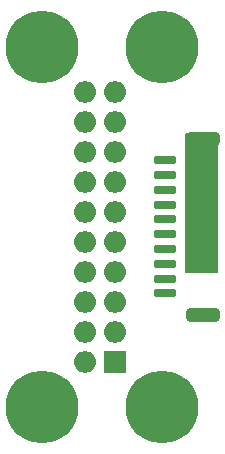
<source format=gbr>
%TF.GenerationSoftware,KiCad,Pcbnew,8.0.6+1*%
%TF.CreationDate,2024-11-07T23:08:08+00:00*%
%TF.ProjectId,GHxPIN01,47487850-494e-4303-912e-6b696361645f,rev?*%
%TF.SameCoordinates,Original*%
%TF.FileFunction,Soldermask,Top*%
%TF.FilePolarity,Negative*%
%FSLAX46Y46*%
G04 Gerber Fmt 4.6, Leading zero omitted, Abs format (unit mm)*
G04 Created by KiCad (PCBNEW 8.0.6+1) date 2024-11-07 23:08:08*
%MOMM*%
%LPD*%
G01*
G04 APERTURE LIST*
G04 Aperture macros list*
%AMRoundRect*
0 Rectangle with rounded corners*
0 $1 Rounding radius*
0 $2 $3 $4 $5 $6 $7 $8 $9 X,Y pos of 4 corners*
0 Add a 4 corners polygon primitive as box body*
4,1,4,$2,$3,$4,$5,$6,$7,$8,$9,$2,$3,0*
0 Add four circle primitives for the rounded corners*
1,1,$1+$1,$2,$3*
1,1,$1+$1,$4,$5*
1,1,$1+$1,$6,$7*
1,1,$1+$1,$8,$9*
0 Add four rect primitives between the rounded corners*
20,1,$1+$1,$2,$3,$4,$5,0*
20,1,$1+$1,$4,$5,$6,$7,0*
20,1,$1+$1,$6,$7,$8,$9,0*
20,1,$1+$1,$8,$9,$2,$3,0*%
G04 Aperture macros list end*
%ADD10C,0.150000*%
%ADD11C,6.160000*%
%ADD12RoundRect,0.080000X0.850000X0.850000X-0.850000X0.850000X-0.850000X-0.850000X0.850000X-0.850000X0*%
%ADD13O,1.860000X1.860000*%
%ADD14RoundRect,0.190000X0.740000X-0.190000X0.740000X0.190000X-0.740000X0.190000X-0.740000X-0.190000X0*%
%ADD15RoundRect,0.290000X1.140000X-0.290000X1.140000X0.290000X-1.140000X0.290000X-1.140000X-0.290000X0*%
G04 APERTURE END LIST*
D10*
X22400000Y33295000D02*
X24980000Y33295000D01*
X24980000Y21605000D01*
X22400000Y21605000D01*
X22400000Y33295000D01*
G36*
X22400000Y33295000D02*
G01*
X24980000Y33295000D01*
X24980000Y21605000D01*
X22400000Y21605000D01*
X22400000Y33295000D01*
G37*
D11*
%TO.C,M2*%
X20320001Y40640000D03*
%TD*%
%TO.C,M4*%
X20320001Y10160000D03*
%TD*%
%TO.C,M3*%
X10160001Y10160000D03*
%TD*%
D12*
%TO.C,J7*%
X16320000Y13970000D03*
D13*
X13780000Y13970000D03*
X16320000Y16510000D03*
X13780000Y16510000D03*
X16320000Y19050000D03*
X13780000Y19050000D03*
X16320000Y21590000D03*
X13780000Y21590000D03*
X16320000Y24130000D03*
X13780000Y24130000D03*
X16320000Y26670000D03*
X13780000Y26670000D03*
X16320000Y29210000D03*
X13780000Y29210000D03*
X16320000Y31750000D03*
X13780000Y31750000D03*
X16320000Y34290000D03*
X13780000Y34290000D03*
X16320000Y36830000D03*
X13780000Y36830000D03*
%TD*%
D11*
%TO.C,M1*%
X10160001Y40640000D03*
%TD*%
D14*
%TO.C,J6*%
X20600000Y19770000D03*
X20600000Y21020000D03*
X20600000Y22270000D03*
X20600000Y23520000D03*
X20600000Y24770000D03*
X20600000Y26020000D03*
X20600000Y27270000D03*
X20600000Y28520000D03*
X20600000Y29770000D03*
X20600000Y31020000D03*
D15*
X23800000Y17920000D03*
X23800000Y32870000D03*
%TD*%
M02*

</source>
